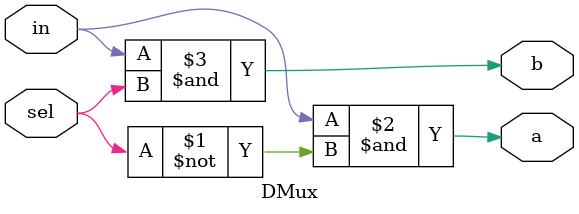
<source format=v>
module DMux (input in, input sel,
			 output a, output b);
	wire a, b;

	assign a = in & ~sel;
	assign b = in & sel;
endmodule
</source>
